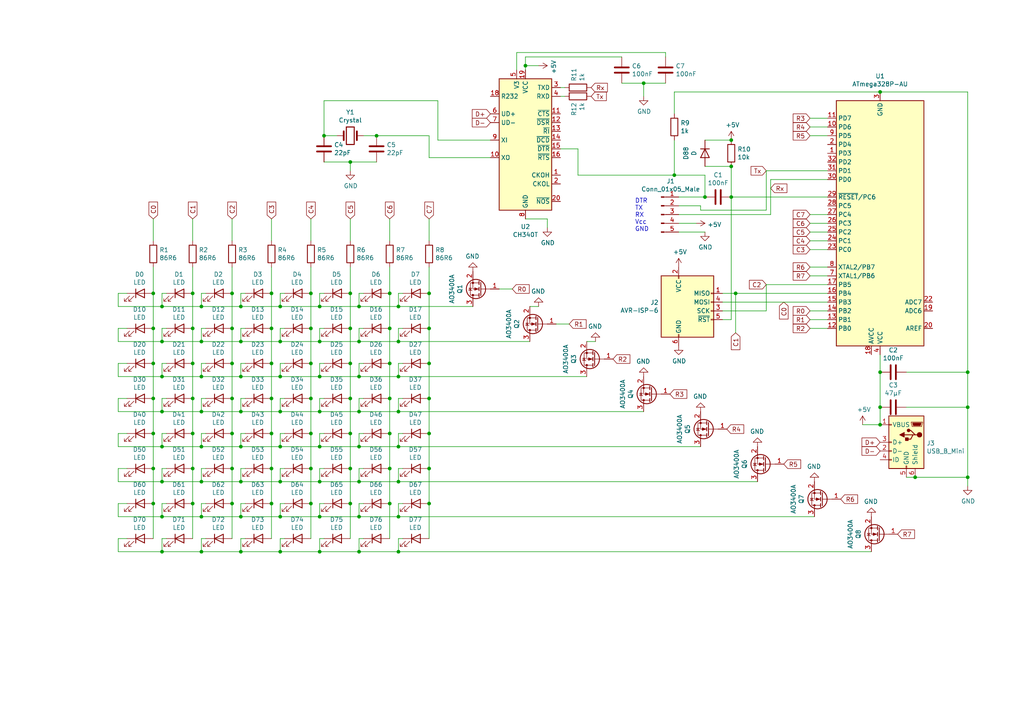
<source format=kicad_sch>
(kicad_sch (version 20211123) (generator eeschema)
  (paper "A4")
  (junction (at 81.28 119.38))
  (junction (at 104.14 139.7))
  (junction (at 78.74 135.89))
  (junction (at 212.09 48.26))
  (junction (at 81.28 139.7))
  (junction (at 124.46 125.73))
  (junction (at 58.42 109.22))
  (junction (at 109.22 39.37))
  (junction (at 113.03 95.25))
  (junction (at 90.17 125.73))
  (junction (at 58.42 160.02))
  (junction (at 101.6 46.99))
  (junction (at 46.99 160.02))
  (junction (at 265.43 138.43))
  (junction (at 115.57 99.06))
  (junction (at 101.6 85.09))
  (junction (at 92.71 139.7))
  (junction (at 67.31 85.09))
  (junction (at 101.6 125.73))
  (junction (at 255.27 26.67))
  (junction (at 58.42 139.7))
  (junction (at 44.45 85.09))
  (junction (at 69.85 99.06))
  (junction (at 152.4 19.05))
  (junction (at 104.14 129.54))
  (junction (at 58.42 119.38))
  (junction (at 46.99 129.54))
  (junction (at 44.45 95.25))
  (junction (at 46.99 119.38))
  (junction (at 90.17 105.41))
  (junction (at 46.99 109.22))
  (junction (at 55.88 115.57))
  (junction (at 213.36 85.09))
  (junction (at 113.03 146.05))
  (junction (at 44.45 125.73))
  (junction (at 67.31 146.05))
  (junction (at 104.14 109.22))
  (junction (at 46.99 99.06))
  (junction (at 212.09 40.64))
  (junction (at 46.99 139.7))
  (junction (at 69.85 139.7))
  (junction (at 92.71 149.86))
  (junction (at 46.99 88.9))
  (junction (at 67.31 125.73))
  (junction (at 81.28 109.22))
  (junction (at 124.46 146.05))
  (junction (at 44.45 105.41))
  (junction (at 81.28 149.86))
  (junction (at 101.6 95.25))
  (junction (at 115.57 109.22))
  (junction (at 90.17 115.57))
  (junction (at 113.03 85.09))
  (junction (at 78.74 146.05))
  (junction (at 78.74 95.25))
  (junction (at 113.03 115.57))
  (junction (at 58.42 99.06))
  (junction (at 78.74 105.41))
  (junction (at 124.46 85.09))
  (junction (at 280.67 118.11))
  (junction (at 92.71 109.22))
  (junction (at 113.03 125.73))
  (junction (at 44.45 146.05))
  (junction (at 69.85 109.22))
  (junction (at 212.09 57.15))
  (junction (at 90.17 146.05))
  (junction (at 81.28 129.54))
  (junction (at 92.71 88.9))
  (junction (at 104.14 149.86))
  (junction (at 58.42 149.86))
  (junction (at 90.17 135.89))
  (junction (at 115.57 160.02))
  (junction (at 81.28 88.9))
  (junction (at 78.74 125.73))
  (junction (at 81.28 160.02))
  (junction (at 69.85 129.54))
  (junction (at 67.31 115.57))
  (junction (at 255.27 123.19))
  (junction (at 69.85 149.86))
  (junction (at 55.88 146.05))
  (junction (at 255.27 107.95))
  (junction (at 69.85 88.9))
  (junction (at 78.74 115.57))
  (junction (at 92.71 129.54))
  (junction (at 81.28 99.06))
  (junction (at 124.46 115.57))
  (junction (at 101.6 105.41))
  (junction (at 124.46 105.41))
  (junction (at 104.14 99.06))
  (junction (at 115.57 139.7))
  (junction (at 115.57 88.9))
  (junction (at 90.17 95.25))
  (junction (at 280.67 138.43))
  (junction (at 93.98 39.37))
  (junction (at 115.57 149.86))
  (junction (at 92.71 99.06))
  (junction (at 55.88 85.09))
  (junction (at 58.42 129.54))
  (junction (at 124.46 135.89))
  (junction (at 69.85 160.02))
  (junction (at 55.88 125.73))
  (junction (at 195.58 50.8))
  (junction (at 104.14 160.02))
  (junction (at 101.6 146.05))
  (junction (at 92.71 119.38))
  (junction (at 67.31 105.41))
  (junction (at 67.31 95.25))
  (junction (at 104.14 119.38))
  (junction (at 115.57 129.54))
  (junction (at 78.74 85.09))
  (junction (at 280.67 107.95))
  (junction (at 46.99 149.86))
  (junction (at 92.71 160.02))
  (junction (at 113.03 135.89))
  (junction (at 67.31 135.89))
  (junction (at 255.27 118.11))
  (junction (at 69.85 119.38))
  (junction (at 44.45 135.89))
  (junction (at 55.88 95.25))
  (junction (at 124.46 95.25))
  (junction (at 104.14 88.9))
  (junction (at 55.88 135.89))
  (junction (at 115.57 119.38))
  (junction (at 186.69 24.13))
  (junction (at 58.42 88.9))
  (junction (at 113.03 105.41))
  (junction (at 204.47 57.15))
  (junction (at 55.88 105.41))
  (junction (at 44.45 115.57))
  (junction (at 101.6 115.57))
  (junction (at 90.17 85.09))
  (junction (at 101.6 135.89))
  (wire (pts (xy 92.71 88.9) (xy 104.14 88.9)))
  (wire (pts (xy 69.85 149.86) (xy 81.28 149.86)))
  (wire (pts (xy 127 29.21) (xy 127 40.64)))
  (wire (pts (xy 48.26 85.09) (xy 46.99 85.09)))
  (wire (pts (xy 212.09 57.15) (xy 240.03 57.15)))
  (wire (pts (xy 213.36 85.09) (xy 240.03 85.09)))
  (wire (pts (xy 82.55 95.25) (xy 81.28 95.25)))
  (wire (pts (xy 71.12 115.57) (xy 69.85 115.57)))
  (wire (pts (xy 105.41 156.21) (xy 104.14 156.21)))
  (wire (pts (xy 44.45 95.25) (xy 44.45 105.41)))
  (wire (pts (xy 59.69 125.73) (xy 58.42 125.73)))
  (wire (pts (xy 195.58 26.67) (xy 195.58 33.02)))
  (wire (pts (xy 124.46 115.57) (xy 124.46 125.73)))
  (wire (pts (xy 149.86 20.32) (xy 149.86 15.24)))
  (wire (pts (xy 105.41 135.89) (xy 104.14 135.89)))
  (wire (pts (xy 48.26 125.73) (xy 46.99 125.73)))
  (wire (pts (xy 255.27 107.95) (xy 255.27 118.11)))
  (wire (pts (xy 203.2 59.69) (xy 196.85 59.69)))
  (wire (pts (xy 115.57 105.41) (xy 115.57 109.22)))
  (wire (pts (xy 115.57 146.05) (xy 115.57 149.86)))
  (wire (pts (xy 93.98 156.21) (xy 92.71 156.21)))
  (wire (pts (xy 124.46 105.41) (xy 124.46 115.57)))
  (wire (pts (xy 92.71 115.57) (xy 92.71 119.38)))
  (wire (pts (xy 234.95 77.47) (xy 240.03 77.47)))
  (wire (pts (xy 193.04 15.24) (xy 193.04 16.51)))
  (wire (pts (xy 115.57 135.89) (xy 115.57 139.7)))
  (wire (pts (xy 36.83 115.57) (xy 34.29 115.57)))
  (wire (pts (xy 46.99 109.22) (xy 58.42 109.22)))
  (wire (pts (xy 46.99 88.9) (xy 58.42 88.9)))
  (wire (pts (xy 90.17 105.41) (xy 90.17 115.57)))
  (wire (pts (xy 82.55 105.41) (xy 81.28 105.41)))
  (wire (pts (xy 113.03 105.41) (xy 113.03 115.57)))
  (wire (pts (xy 234.95 80.01) (xy 240.03 80.01)))
  (wire (pts (xy 44.45 135.89) (xy 44.45 146.05)))
  (wire (pts (xy 34.29 149.86) (xy 46.99 149.86)))
  (wire (pts (xy 116.84 115.57) (xy 115.57 115.57)))
  (wire (pts (xy 113.03 125.73) (xy 113.03 135.89)))
  (wire (pts (xy 156.21 19.05) (xy 152.4 19.05)))
  (wire (pts (xy 234.95 34.29) (xy 240.03 34.29)))
  (wire (pts (xy 105.41 146.05) (xy 104.14 146.05)))
  (wire (pts (xy 92.71 129.54) (xy 104.14 129.54)))
  (wire (pts (xy 280.67 26.67) (xy 255.27 26.67)))
  (wire (pts (xy 93.98 135.89) (xy 92.71 135.89)))
  (wire (pts (xy 58.42 156.21) (xy 58.42 160.02)))
  (wire (pts (xy 71.12 146.05) (xy 69.85 146.05)))
  (wire (pts (xy 67.31 63.5) (xy 67.31 69.85)))
  (wire (pts (xy 58.42 85.09) (xy 58.42 88.9)))
  (wire (pts (xy 48.26 156.21) (xy 46.99 156.21)))
  (wire (pts (xy 113.03 63.5) (xy 113.03 69.85)))
  (wire (pts (xy 116.84 135.89) (xy 115.57 135.89)))
  (wire (pts (xy 46.99 160.02) (xy 58.42 160.02)))
  (wire (pts (xy 101.6 49.53) (xy 101.6 46.99)))
  (wire (pts (xy 262.89 118.11) (xy 280.67 118.11)))
  (wire (pts (xy 93.98 105.41) (xy 92.71 105.41)))
  (wire (pts (xy 58.42 95.25) (xy 58.42 99.06)))
  (wire (pts (xy 105.41 115.57) (xy 104.14 115.57)))
  (wire (pts (xy 67.31 85.09) (xy 67.31 95.25)))
  (wire (pts (xy 92.71 119.38) (xy 104.14 119.38)))
  (wire (pts (xy 59.69 85.09) (xy 58.42 85.09)))
  (wire (pts (xy 48.26 146.05) (xy 46.99 146.05)))
  (wire (pts (xy 81.28 160.02) (xy 92.71 160.02)))
  (wire (pts (xy 58.42 146.05) (xy 58.42 149.86)))
  (wire (pts (xy 209.55 92.71) (xy 212.09 92.71)))
  (wire (pts (xy 116.84 105.41) (xy 115.57 105.41)))
  (wire (pts (xy 81.28 105.41) (xy 81.28 109.22)))
  (wire (pts (xy 115.57 149.86) (xy 236.22 149.86)))
  (wire (pts (xy 92.71 149.86) (xy 104.14 149.86)))
  (wire (pts (xy 101.6 105.41) (xy 101.6 115.57)))
  (wire (pts (xy 234.95 95.25) (xy 240.03 95.25)))
  (wire (pts (xy 69.85 99.06) (xy 81.28 99.06)))
  (wire (pts (xy 240.03 69.85) (xy 234.95 69.85)))
  (wire (pts (xy 69.85 129.54) (xy 81.28 129.54)))
  (wire (pts (xy 250.19 123.19) (xy 255.27 123.19)))
  (wire (pts (xy 104.14 115.57) (xy 104.14 119.38)))
  (wire (pts (xy 180.34 16.51) (xy 152.4 16.51)))
  (wire (pts (xy 127 40.64) (xy 142.24 40.64)))
  (wire (pts (xy 109.22 46.99) (xy 101.6 46.99)))
  (wire (pts (xy 262.89 107.95) (xy 280.67 107.95)))
  (wire (pts (xy 113.03 146.05) (xy 113.03 156.21)))
  (wire (pts (xy 67.31 77.47) (xy 67.31 85.09)))
  (wire (pts (xy 81.28 129.54) (xy 92.71 129.54)))
  (wire (pts (xy 71.12 156.21) (xy 69.85 156.21)))
  (wire (pts (xy 69.85 115.57) (xy 69.85 119.38)))
  (wire (pts (xy 240.03 64.77) (xy 234.95 64.77)))
  (wire (pts (xy 209.55 87.63) (xy 240.03 87.63)))
  (wire (pts (xy 59.69 135.89) (xy 58.42 135.89)))
  (wire (pts (xy 34.29 85.09) (xy 34.29 88.9)))
  (wire (pts (xy 104.14 119.38) (xy 115.57 119.38)))
  (wire (pts (xy 78.74 115.57) (xy 78.74 125.73)))
  (wire (pts (xy 58.42 139.7) (xy 69.85 139.7)))
  (wire (pts (xy 59.69 146.05) (xy 58.42 146.05)))
  (wire (pts (xy 92.71 95.25) (xy 92.71 99.06)))
  (wire (pts (xy 71.12 125.73) (xy 69.85 125.73)))
  (wire (pts (xy 93.98 29.21) (xy 127 29.21)))
  (wire (pts (xy 34.29 88.9) (xy 46.99 88.9)))
  (wire (pts (xy 105.41 105.41) (xy 104.14 105.41)))
  (wire (pts (xy 34.29 115.57) (xy 34.29 119.38)))
  (wire (pts (xy 93.98 85.09) (xy 92.71 85.09)))
  (wire (pts (xy 55.88 146.05) (xy 55.88 156.21)))
  (wire (pts (xy 115.57 99.06) (xy 153.67 99.06)))
  (wire (pts (xy 69.85 105.41) (xy 69.85 109.22)))
  (wire (pts (xy 44.45 115.57) (xy 44.45 125.73)))
  (wire (pts (xy 58.42 109.22) (xy 69.85 109.22)))
  (wire (pts (xy 44.45 105.41) (xy 44.45 115.57)))
  (wire (pts (xy 69.85 88.9) (xy 81.28 88.9)))
  (wire (pts (xy 144.78 83.82) (xy 148.59 83.82)))
  (wire (pts (xy 124.46 146.05) (xy 124.46 156.21)))
  (wire (pts (xy 71.12 135.89) (xy 69.85 135.89)))
  (wire (pts (xy 34.29 156.21) (xy 34.29 160.02)))
  (wire (pts (xy 113.03 115.57) (xy 113.03 125.73)))
  (wire (pts (xy 101.6 135.89) (xy 101.6 146.05)))
  (wire (pts (xy 55.88 105.41) (xy 55.88 115.57)))
  (wire (pts (xy 55.88 135.89) (xy 55.88 146.05)))
  (wire (pts (xy 34.29 119.38) (xy 46.99 119.38)))
  (wire (pts (xy 163.83 27.94) (xy 162.56 27.94)))
  (wire (pts (xy 92.71 125.73) (xy 92.71 129.54)))
  (wire (pts (xy 186.69 24.13) (xy 186.69 27.94)))
  (wire (pts (xy 81.28 88.9) (xy 92.71 88.9)))
  (wire (pts (xy 59.69 105.41) (xy 58.42 105.41)))
  (wire (pts (xy 196.85 64.77) (xy 201.93 64.77)))
  (wire (pts (xy 152.4 63.5) (xy 158.75 63.5)))
  (wire (pts (xy 90.17 63.5) (xy 90.17 69.85)))
  (wire (pts (xy 234.95 39.37) (xy 240.03 39.37)))
  (wire (pts (xy 92.71 85.09) (xy 92.71 88.9)))
  (wire (pts (xy 116.84 156.21) (xy 115.57 156.21)))
  (wire (pts (xy 115.57 125.73) (xy 115.57 129.54)))
  (wire (pts (xy 92.71 99.06) (xy 104.14 99.06)))
  (wire (pts (xy 101.6 85.09) (xy 101.6 95.25)))
  (wire (pts (xy 82.55 135.89) (xy 81.28 135.89)))
  (wire (pts (xy 58.42 115.57) (xy 58.42 119.38)))
  (wire (pts (xy 152.4 19.05) (xy 152.4 20.32)))
  (wire (pts (xy 78.74 135.89) (xy 78.74 146.05)))
  (wire (pts (xy 104.14 109.22) (xy 115.57 109.22)))
  (wire (pts (xy 46.99 156.21) (xy 46.99 160.02)))
  (wire (pts (xy 203.2 60.96) (xy 222.25 60.96)))
  (wire (pts (xy 104.14 139.7) (xy 115.57 139.7)))
  (wire (pts (xy 124.46 45.72) (xy 142.24 45.72)))
  (wire (pts (xy 115.57 109.22) (xy 170.18 109.22)))
  (wire (pts (xy 55.88 63.5) (xy 55.88 69.85)))
  (wire (pts (xy 34.29 146.05) (xy 34.29 149.86)))
  (wire (pts (xy 58.42 129.54) (xy 69.85 129.54)))
  (wire (pts (xy 93.98 125.73) (xy 92.71 125.73)))
  (wire (pts (xy 82.55 85.09) (xy 81.28 85.09)))
  (wire (pts (xy 212.09 92.71) (xy 212.09 57.15)))
  (wire (pts (xy 36.83 156.21) (xy 34.29 156.21)))
  (wire (pts (xy 81.28 109.22) (xy 92.71 109.22)))
  (wire (pts (xy 36.83 125.73) (xy 34.29 125.73)))
  (wire (pts (xy 81.28 135.89) (xy 81.28 139.7)))
  (wire (pts (xy 115.57 139.7) (xy 219.71 139.7)))
  (wire (pts (xy 46.99 105.41) (xy 46.99 109.22)))
  (wire (pts (xy 78.74 95.25) (xy 78.74 105.41)))
  (wire (pts (xy 58.42 125.73) (xy 58.42 129.54)))
  (wire (pts (xy 46.99 129.54) (xy 58.42 129.54)))
  (wire (pts (xy 82.55 115.57) (xy 81.28 115.57)))
  (wire (pts (xy 124.46 95.25) (xy 124.46 105.41)))
  (wire (pts (xy 92.71 146.05) (xy 92.71 149.86)))
  (wire (pts (xy 280.67 138.43) (xy 280.67 140.97)))
  (wire (pts (xy 101.6 115.57) (xy 101.6 125.73)))
  (wire (pts (xy 222.25 82.55) (xy 240.03 82.55)))
  (wire (pts (xy 67.31 95.25) (xy 67.31 105.41)))
  (wire (pts (xy 69.85 109.22) (xy 81.28 109.22)))
  (wire (pts (xy 48.26 135.89) (xy 46.99 135.89)))
  (wire (pts (xy 59.69 95.25) (xy 58.42 95.25)))
  (wire (pts (xy 222.25 49.53) (xy 240.03 49.53)))
  (wire (pts (xy 90.17 135.89) (xy 90.17 146.05)))
  (wire (pts (xy 48.26 95.25) (xy 46.99 95.25)))
  (wire (pts (xy 34.29 95.25) (xy 34.29 99.06)))
  (wire (pts (xy 81.28 125.73) (xy 81.28 129.54)))
  (wire (pts (xy 78.74 77.47) (xy 78.74 85.09)))
  (wire (pts (xy 93.98 95.25) (xy 92.71 95.25)))
  (wire (pts (xy 55.88 77.47) (xy 55.88 85.09)))
  (wire (pts (xy 71.12 105.41) (xy 69.85 105.41)))
  (wire (pts (xy 104.14 95.25) (xy 104.14 99.06)))
  (wire (pts (xy 156.21 88.9) (xy 153.67 88.9)))
  (wire (pts (xy 115.57 160.02) (xy 252.73 160.02)))
  (wire (pts (xy 105.41 85.09) (xy 104.14 85.09)))
  (wire (pts (xy 34.29 135.89) (xy 34.29 139.7)))
  (wire (pts (xy 93.98 39.37) (xy 97.79 39.37)))
  (wire (pts (xy 234.95 72.39) (xy 240.03 72.39)))
  (wire (pts (xy 104.14 149.86) (xy 115.57 149.86)))
  (wire (pts (xy 104.14 129.54) (xy 115.57 129.54)))
  (wire (pts (xy 78.74 105.41) (xy 78.74 115.57)))
  (wire (pts (xy 115.57 119.38) (xy 186.69 119.38)))
  (wire (pts (xy 113.03 135.89) (xy 113.03 146.05)))
  (wire (pts (xy 115.57 129.54) (xy 203.2 129.54)))
  (wire (pts (xy 36.83 105.41) (xy 34.29 105.41)))
  (wire (pts (xy 81.28 156.21) (xy 81.28 160.02)))
  (wire (pts (xy 280.67 118.11) (xy 280.67 138.43)))
  (wire (pts (xy 240.03 92.71) (xy 234.95 92.71)))
  (wire (pts (xy 44.45 63.5) (xy 44.45 69.85)))
  (wire (pts (xy 67.31 135.89) (xy 67.31 146.05)))
  (wire (pts (xy 203.2 60.96) (xy 203.2 59.69)))
  (wire (pts (xy 234.95 90.17) (xy 240.03 90.17)))
  (wire (pts (xy 105.41 39.37) (xy 109.22 39.37)))
  (wire (pts (xy 186.69 24.13) (xy 180.34 24.13)))
  (wire (pts (xy 44.45 146.05) (xy 44.45 156.21)))
  (wire (pts (xy 116.84 146.05) (xy 115.57 146.05)))
  (wire (pts (xy 69.85 125.73) (xy 69.85 129.54)))
  (wire (pts (xy 36.83 135.89) (xy 34.29 135.89)))
  (wire (pts (xy 104.14 135.89) (xy 104.14 139.7)))
  (wire (pts (xy 46.99 149.86) (xy 58.42 149.86)))
  (wire (pts (xy 104.14 125.73) (xy 104.14 129.54)))
  (wire (pts (xy 58.42 160.02) (xy 69.85 160.02)))
  (wire (pts (xy 90.17 125.73) (xy 90.17 135.89)))
  (wire (pts (xy 90.17 115.57) (xy 90.17 125.73)))
  (wire (pts (xy 115.57 88.9) (xy 137.16 88.9)))
  (wire (pts (xy 78.74 125.73) (xy 78.74 135.89)))
  (wire (pts (xy 78.74 63.5) (xy 78.74 69.85)))
  (wire (pts (xy 92.71 135.89) (xy 92.71 139.7)))
  (wire (pts (xy 81.28 99.06) (xy 92.71 99.06)))
  (wire (pts (xy 55.88 95.25) (xy 55.88 105.41)))
  (wire (pts (xy 104.14 85.09) (xy 104.14 88.9)))
  (wire (pts (xy 48.26 115.57) (xy 46.99 115.57)))
  (wire (pts (xy 115.57 115.57) (xy 115.57 119.38)))
  (wire (pts (xy 58.42 99.06) (xy 69.85 99.06)))
  (wire (pts (xy 195.58 50.8) (xy 195.58 40.64)))
  (wire (pts (xy 46.99 139.7) (xy 58.42 139.7)))
  (wire (pts (xy 113.03 95.25) (xy 113.03 105.41)))
  (wire (pts (xy 101.6 146.05) (xy 101.6 156.21)))
  (wire (pts (xy 101.6 46.99) (xy 93.98 46.99)))
  (wire (pts (xy 58.42 149.86) (xy 69.85 149.86)))
  (wire (pts (xy 69.85 156.21) (xy 69.85 160.02)))
  (wire (pts (xy 262.89 138.43) (xy 265.43 138.43)))
  (wire (pts (xy 44.45 125.73) (xy 44.45 135.89)))
  (wire (pts (xy 69.85 95.25) (xy 69.85 99.06)))
  (wire (pts (xy 101.6 95.25) (xy 101.6 105.41)))
  (wire (pts (xy 34.29 129.54) (xy 46.99 129.54)))
  (wire (pts (xy 195.58 26.67) (xy 255.27 26.67)))
  (wire (pts (xy 195.58 50.8) (xy 167.64 50.8)))
  (wire (pts (xy 69.85 146.05) (xy 69.85 149.86)))
  (wire (pts (xy 81.28 149.86) (xy 92.71 149.86)))
  (wire (pts (xy 90.17 95.25) (xy 90.17 105.41)))
  (wire (pts (xy 222.25 82.55) (xy 222.25 90.17)))
  (wire (pts (xy 105.41 95.25) (xy 104.14 95.25)))
  (wire (pts (xy 36.83 85.09) (xy 34.29 85.09)))
  (wire (pts (xy 104.14 160.02) (xy 115.57 160.02)))
  (wire (pts (xy 104.14 156.21) (xy 104.14 160.02)))
  (wire (pts (xy 59.69 115.57) (xy 58.42 115.57)))
  (wire (pts (xy 115.57 85.09) (xy 115.57 88.9)))
  (wire (pts (xy 223.52 52.07) (xy 240.03 52.07)))
  (wire (pts (xy 46.99 115.57) (xy 46.99 119.38)))
  (wire (pts (xy 46.99 99.06) (xy 58.42 99.06)))
  (wire (pts (xy 82.55 125.73) (xy 81.28 125.73)))
  (wire (pts (xy 167.64 50.8) (xy 167.64 43.18)))
  (wire (pts (xy 152.4 16.51) (xy 152.4 19.05)))
  (wire (pts (xy 71.12 85.09) (xy 69.85 85.09)))
  (wire (pts (xy 81.28 139.7) (xy 92.71 139.7)))
  (wire (pts (xy 48.26 105.41) (xy 46.99 105.41)))
  (wire (pts (xy 82.55 156.21) (xy 81.28 156.21)))
  (wire (pts (xy 93.98 39.37) (xy 93.98 29.21)))
  (wire (pts (xy 46.99 125.73) (xy 46.99 129.54)))
  (wire (pts (xy 69.85 85.09) (xy 69.85 88.9)))
  (wire (pts (xy 196.85 62.23) (xy 223.52 62.23)))
  (wire (pts (xy 69.85 119.38) (xy 81.28 119.38)))
  (wire (pts (xy 223.52 52.07) (xy 223.52 62.23)))
  (wire (pts (xy 196.85 67.31) (xy 204.47 67.31)))
  (wire (pts (xy 101.6 77.47) (xy 101.6 85.09)))
  (wire (pts (xy 255.27 123.19) (xy 255.27 118.11)))
  (wire (pts (xy 101.6 125.73) (xy 101.6 135.89)))
  (wire (pts (xy 280.67 107.95) (xy 280.67 118.11)))
  (wire (pts (xy 255.27 102.87) (xy 255.27 107.95)))
  (wire (pts (xy 115.57 95.25) (xy 115.57 99.06)))
  (wire (pts (xy 78.74 146.05) (xy 78.74 156.21)))
  (wire (pts (xy 69.85 135.89) (xy 69.85 139.7)))
  (wire (pts (xy 105.41 125.73) (xy 104.14 125.73)))
  (wire (pts (xy 58.42 88.9) (xy 69.85 88.9)))
  (wire (pts (xy 82.55 146.05) (xy 81.28 146.05)))
  (wire (pts (xy 161.29 93.98) (xy 165.1 93.98)))
  (wire (pts (xy 46.99 95.25) (xy 46.99 99.06)))
  (wire (pts (xy 67.31 146.05) (xy 67.31 156.21)))
  (wire (pts (xy 93.98 146.05) (xy 92.71 146.05)))
  (wire (pts (xy 113.03 77.47) (xy 113.03 85.09)))
  (wire (pts (xy 124.46 63.5) (xy 124.46 69.85)))
  (wire (pts (xy 209.55 90.17) (xy 222.25 90.17)))
  (wire (pts (xy 67.31 105.41) (xy 67.31 115.57)))
  (wire (pts (xy 46.99 135.89) (xy 46.99 139.7)))
  (wire (pts (xy 34.29 139.7) (xy 46.99 139.7)))
  (wire (pts (xy 55.88 125.73) (xy 55.88 135.89)))
  (wire (pts (xy 204.47 50.8) (xy 195.58 50.8)))
  (wire (pts (xy 172.72 99.06) (xy 170.18 99.06)))
  (wire (pts (xy 58.42 105.41) (xy 58.42 109.22)))
  (wire (pts (xy 212.09 48.26) (xy 212.09 57.15)))
  (wire (pts (xy 204.47 57.15) (xy 196.85 57.15)))
  (wire (pts (xy 213.36 96.52) (xy 213.36 85.09)))
  (wire (pts (xy 34.29 160.02) (xy 46.99 160.02)))
  (wire (pts (xy 104.14 105.41) (xy 104.14 109.22)))
  (wire (pts (xy 163.83 25.4) (xy 162.56 25.4)))
  (wire (pts (xy 67.31 115.57) (xy 67.31 125.73)))
  (wire (pts (xy 34.29 99.06) (xy 46.99 99.06)))
  (wire (pts (xy 204.47 57.15) (xy 204.47 50.8)))
  (wire (pts (xy 90.17 85.09) (xy 90.17 95.25)))
  (wire (pts (xy 81.28 85.09) (xy 81.28 88.9)))
  (wire (pts (xy 55.88 85.09) (xy 55.88 95.25)))
  (wire (pts (xy 34.29 125.73) (xy 34.29 129.54)))
  (wire (pts (xy 124.46 77.47) (xy 124.46 85.09)))
  (wire (pts (xy 67.31 125.73) (xy 67.31 135.89)))
  (wire (pts (xy 116.84 95.25) (xy 115.57 95.25)))
  (wire (pts (xy 116.84 125.73) (xy 115.57 125.73)))
  (wire (pts (xy 69.85 139.7) (xy 81.28 139.7)))
  (wire (pts (xy 240.03 36.83) (xy 234.95 36.83)))
  (wire (pts (xy 59.69 156.21) (xy 58.42 156.21)))
  (wire (pts (xy 92.71 156.21) (xy 92.71 160.02)))
  (wire (pts (xy 265.43 138.43) (xy 280.67 138.43)))
  (wire (pts (xy 167.64 43.18) (xy 162.56 43.18)))
  (wire (pts (xy 93.98 115.57) (xy 92.71 115.57)))
  (wire (pts (xy 280.67 26.67) (xy 280.67 107.95)))
  (wire (pts (xy 116.84 85.09) (xy 115.57 85.09)))
  (wire (pts (xy 149.86 15.24) (xy 193.04 15.24)))
  (wire (pts (xy 71.12 95.25) (xy 69.85 95.25)))
  (wire (pts (xy 81.28 146.05) (xy 81.28 149.86)))
  (wire (pts (xy 92.71 160.02) (xy 104.14 160.02)))
  (wire (pts (xy 109.22 39.37) (xy 124.46 39.37)))
  (wire (pts (xy 58.42 135.89) (xy 58.42 139.7)))
  (wire (pts (xy 46.99 146.05) (xy 46.99 149.86)))
  (wire (pts (xy 222.25 49.53) (xy 222.25 60.96)))
  (wire (pts (xy 36.83 95.25) (xy 34.29 95.25)))
  (wire (pts (xy 90.17 77.47) (xy 90.17 85.09)))
  (wire (pts (xy 46.99 85.09) (xy 46.99 88.9)))
  (wire (pts (xy 209.55 85.09) (xy 213.36 85.09)))
  (wire (pts (xy 124.46 125.73) (xy 124.46 135.89)))
  (wire (pts (xy 55.88 115.57) (xy 55.88 125.73)))
  (wire (pts (xy 44.45 85.09) (xy 44.45 95.25)))
  (wire (pts (xy 124.46 135.89) (xy 124.46 146.05)))
  (wire (pts (xy 92.71 139.7) (xy 104.14 139.7)))
  (wire (pts (xy 104.14 99.06) (xy 115.57 99.06)))
  (wire (pts (xy 34.29 109.22) (xy 46.99 109.22)))
  (wire (pts (xy 113.03 85.09) (xy 113.03 95.25)))
  (wire (pts (xy 204.47 48.26) (xy 212.09 48.26)))
  (wire (pts (xy 193.04 24.13) (xy 186.69 24.13)))
  (wire (pts (xy 44.45 77.47) (xy 44.45 85.09)))
  (wire (pts (xy 115.57 156.21) (xy 115.57 160.02)))
  (wire (pts (xy 234.95 62.23) (xy 240.03 62.23)))
  (wire (pts (xy 204.47 40.64) (xy 212.09 40.64)))
  (wire (pts (xy 69.85 160.02) (xy 81.28 160.02)))
  (wire (pts (xy 158.75 63.5) (xy 158.75 66.04)))
  (wire (pts (xy 90.17 146.05) (xy 90.17 156.21)))
  (wire (pts (xy 124.46 85.09) (xy 124.46 95.25)))
  (wire (pts (xy 92.71 105.41) (xy 92.71 109.22)))
  (wire (pts (xy 58.42 119.38) (xy 69.85 119.38)))
  (wire (pts (xy 46.99 119.38) (xy 58.42 119.38)))
  (wire (pts (xy 104.14 88.9) (xy 115.57 88.9)))
  (wire (pts (xy 78.74 85.09) (xy 78.74 95.25)))
  (wire (pts (xy 81.28 119.38) (xy 92.71 119.38)))
  (wire (pts (xy 81.28 95.25) (xy 81.28 99.06)))
  (wire (pts (xy 81.28 115.57) (xy 81.28 119.38)))
  (wire (pts (xy 101.6 63.5) (xy 101.6 69.85)))
  (wire (pts (xy 234.95 67.31) (xy 240.03 67.31)))
  (wire (pts (xy 34.29 105.41) (xy 34.29 109.22)))
  (wire (pts (xy 104.14 146.05) (xy 104.14 149.86)))
  (wire (pts (xy 36.83 146.05) (xy 34.29 146.05)))
  (wire (pts (xy 92.71 109.22) (xy 104.14 109.22)))
  (wire (pts (xy 124.46 39.37) (xy 124.46 45.72)))
  (text "DTR\nTX\nRX\nVcc\nGND" (at 184.15 67.31 0) (effects (font (size 1.27 1.27)) (justify left bottom)))
  (global_label "R6" (shape input) (at 243.84 144.78 0) (property "Referenzen zwischen Schaltplänen" "${INTERSHEET_REFS}" (effects hide)))
  (global_label "R5" (shape input) (at 227.33 134.62 0) (property "Referenzen zwischen Schaltplänen" "${INTERSHEET_REFS}" (effects hide)))
  (global_label "R7" (shape input) (at 260.35 154.94 0) (property "Referenzen zwischen Schaltplänen" "${INTERSHEET_REFS}" (effects hide)))
  (global_label "Rx" (shape input) (at 171.45 25.4 0) (property "Referenzen zwischen Schaltplänen" "${INTERSHEET_REFS}" (effects hide)))
  (global_label "C7" (shape input) (at 124.46 63.5 90) (property "Referenzen zwischen Schaltplänen" "${INTERSHEET_REFS}" (effects hide)))
  (global_label "R3" (shape input) (at 234.95 34.29 180) (property "Referenzen zwischen Schaltplänen" "${INTERSHEET_REFS}" (effects hide)))
  (global_label "C5" (shape input) (at 234.95 67.31 180) (property "Referenzen zwischen Schaltplänen" "${INTERSHEET_REFS}" (effects hide)))
  (global_label "Tx" (shape input) (at 222.25 49.53 180) (property "Referenzen zwischen Schaltplänen" "${INTERSHEET_REFS}" (effects hide)))
  (global_label "R1" (shape input) (at 165.1 93.98 0) (property "Referenzen zwischen Schaltplänen" "${INTERSHEET_REFS}" (effects hide)))
  (global_label "R6" (shape input) (at 234.95 77.47 180) (property "Referenzen zwischen Schaltplänen" "${INTERSHEET_REFS}" (effects hide)))
  (global_label "R2" (shape input) (at 177.8 104.14 0) (property "Referenzen zwischen Schaltplänen" "${INTERSHEET_REFS}" (effects hide)))
  (global_label "C1" (shape input) (at 55.88 63.5 90) (property "Referenzen zwischen Schaltplänen" "${INTERSHEET_REFS}" (effects hide)))
  (global_label "C2" (shape input) (at 222.25 82.55 180) (property "Referenzen zwischen Schaltplänen" "${INTERSHEET_REFS}" (effects hide)))
  (global_label "C3" (shape input) (at 234.95 72.39 180) (property "Referenzen zwischen Schaltplänen" "${INTERSHEET_REFS}" (effects hide)))
  (global_label "R4" (shape input) (at 234.95 36.83 180) (property "Referenzen zwischen Schaltplänen" "${INTERSHEET_REFS}" (effects hide)))
  (global_label "R1" (shape input) (at 234.95 92.71 180) (property "Referenzen zwischen Schaltplänen" "${INTERSHEET_REFS}" (effects hide)))
  (global_label "R0" (shape input) (at 148.59 83.82 0) (property "Referenzen zwischen Schaltplänen" "${INTERSHEET_REFS}" (effects hide)))
  (global_label "C2" (shape input) (at 67.31 63.5 90) (property "Referenzen zwischen Schaltplänen" "${INTERSHEET_REFS}" (effects hide)))
  (global_label "D-" (shape input) (at 255.27 130.81 180) (property "Referenzen zwischen Schaltplänen" "${INTERSHEET_REFS}" (effects hide)))
  (global_label "D-" (shape input) (at 142.24 35.56 180) (property "Referenzen zwischen Schaltplänen" "${INTERSHEET_REFS}" (effects hide)))
  (global_label "R4" (shape input) (at 210.82 124.46 0) (property "Referenzen zwischen Schaltplänen" "${INTERSHEET_REFS}" (effects hide)))
  (global_label "D+" (shape input) (at 142.24 33.02 180) (property "Referenzen zwischen Schaltplänen" "${INTERSHEET_REFS}" (effects hide)))
  (global_label "R5" (shape input) (at 234.95 39.37 180) (property "Referenzen zwischen Schaltplänen" "${INTERSHEET_REFS}" (effects hide)))
  (global_label "C0" (shape input) (at 227.33 87.63 270) (property "Referenzen zwischen Schaltplänen" "${INTERSHEET_REFS}" (effects hide)))
  (global_label "C3" (shape input) (at 78.74 63.5 90) (property "Referenzen zwischen Schaltplänen" "${INTERSHEET_REFS}" (effects hide)))
  (global_label "R3" (shape input) (at 194.31 114.3 0) (property "Referenzen zwischen Schaltplänen" "${INTERSHEET_REFS}" (effects hide)))
  (global_label "C6" (shape input) (at 113.03 63.5 90) (property "Referenzen zwischen Schaltplänen" "${INTERSHEET_REFS}" (effects hide)))
  (global_label "Tx" (shape input) (at 171.45 27.94 0) (property "Referenzen zwischen Schaltplänen" "${INTERSHEET_REFS}" (effects hide)))
  (global_label "Rx" (shape input) (at 223.52 54.61 0) (property "Referenzen zwischen Schaltplänen" "${INTERSHEET_REFS}" (effects hide)))
  (global_label "C6" (shape input) (at 234.95 64.77 180) (property "Referenzen zwischen Schaltplänen" "${INTERSHEET_REFS}" (effects hide)))
  (global_label "D+" (shape input) (at 255.27 128.27 180) (property "Referenzen zwischen Schaltplänen" "${INTERSHEET_REFS}" (effects hide)))
  (global_label "C0" (shape input) (at 44.45 63.5 90) (property "Referenzen zwischen Schaltplänen" "${INTERSHEET_REFS}" (effects hide)))
  (global_label "C7" (shape input) (at 234.95 62.23 180) (property "Referenzen zwischen Schaltplänen" "${INTERSHEET_REFS}" (effects hide)))
  (global_label "R2" (shape input) (at 234.95 95.25 180) (property "Referenzen zwischen Schaltplänen" "${INTERSHEET_REFS}" (effects hide)))
  (global_label "C1" (shape input) (at 213.36 96.52 270) (property "Referenzen zwischen Schaltplänen" "${INTERSHEET_REFS}" (effects hide)))
  (global_label "C4" (shape input) (at 234.95 69.85 180) (property "Referenzen zwischen Schaltplänen" "${INTERSHEET_REFS}" (effects hide)))
  (global_label "C4" (shape input) (at 90.17 63.5 90) (property "Referenzen zwischen Schaltplänen" "${INTERSHEET_REFS}" (effects hide)))
  (global_label "R7" (shape input) (at 234.95 80.01 180) (property "Referenzen zwischen Schaltplänen" "${INTERSHEET_REFS}" (effects hide)))
  (global_label "C5" (shape input) (at 101.6 63.5 90) (property "Referenzen zwischen Schaltplänen" "${INTERSHEET_REFS}" (effects hide)))
  (global_label "R0" (shape input) (at 234.95 90.17 180) (property "Referenzen zwischen Schaltplänen" "${INTERSHEET_REFS}" (effects hide)))
  (symbol (lib_id "Device:LED") (at 40.64 85.09 0) (unit 1)
    (property "Reference" "D0" (at 40.4622 79.5782 0))
    (property "Value" "LED" (at 40.4622 81.8896 0))
    (property "Footprint" "LED_SMD:LED_0603_1608Metric_Pad1.05x0.95mm_HandSolder" (effects hide))
  )
  (symbol (lib_id "power:GND") (at 137.16 78.74 180) (unit 1)
    (property "Reference" "#PWR01" (effects hide))
    (property "Value" "GND" (at 137.033 74.3458 0))
  )
  (symbol (lib_id "power:GND") (at 156.21 88.9 180) (unit 1)
    (property "Reference" "#PWR02" (effects hide))
    (property "Value" "GND" (at 156.083 84.5058 0))
  )
  (symbol (lib_id "power:GND") (at 172.72 99.06 180) (unit 1)
    (property "Reference" "#PWR03" (effects hide))
    (property "Value" "GND" (at 172.593 94.6658 0))
  )
  (symbol (lib_id "Loetkurs_2021-rescue:AO3400A-Transistor_FET-Loetkurs_2021-rescue") (at 139.7 83.82 180) (unit 1)
    (property "Reference" "Q1" (at 133.3754 83.82 90))
    (property "Value" "AO3400A" (at 131.064 83.82 90))
    (property "Footprint" "Package_TO_SOT_SMD:SOT-23" (effects hide))
    (property "Datasheet" "http://www.aosmd.com/pdfs/datasheet/AO3400A.pdf" (effects hide))
  )
  (symbol (lib_id "power:GND") (at 186.69 109.22 180) (unit 1)
    (property "Reference" "#PWR04" (effects hide))
    (property "Value" "GND" (at 186.563 104.8258 0))
  )
  (symbol (lib_id "power:GND") (at 203.2 119.38 180) (unit 1)
    (property "Reference" "#PWR08" (effects hide))
    (property "Value" "GND" (at 203.073 114.9858 0))
  )
  (symbol (lib_id "Loetkurs_2021-rescue:AO3400A-Transistor_FET-Loetkurs_2021-rescue") (at 156.21 93.98 180) (unit 1)
    (property "Reference" "Q2" (at 149.8854 93.98 90))
    (property "Value" "AO3400A" (at 147.574 93.98 90))
    (property "Footprint" "Package_TO_SOT_SMD:SOT-23" (effects hide))
    (property "Datasheet" "http://www.aosmd.com/pdfs/datasheet/AO3400A.pdf" (effects hide))
  )
  (symbol (lib_id "Loetkurs_2021-rescue:AO3400A-Transistor_FET-Loetkurs_2021-rescue") (at 172.72 104.14 180) (unit 1)
    (property "Reference" "Q3" (at 166.3954 104.14 90))
    (property "Value" "AO3400A" (at 164.084 104.14 90))
    (property "Footprint" "Package_TO_SOT_SMD:SOT-23" (effects hide))
    (property "Datasheet" "http://www.aosmd.com/pdfs/datasheet/AO3400A.pdf" (effects hide))
  )
  (symbol (lib_id "Loetkurs_2021-rescue:AO3400A-Transistor_FET-Loetkurs_2021-rescue") (at 189.23 114.3 180) (unit 1)
    (property "Reference" "Q4" (at 182.9054 114.3 90))
    (property "Value" "AO3400A" (at 180.594 114.3 90))
    (property "Footprint" "Package_TO_SOT_SMD:SOT-23" (effects hide))
    (property "Datasheet" "http://www.aosmd.com/pdfs/datasheet/AO3400A.pdf" (effects hide))
  )
  (symbol (lib_id "power:GND") (at 219.71 129.54 180) (unit 1)
    (property "Reference" "#PWR011" (effects hide))
    (property "Value" "GND" (at 219.583 125.1458 0))
  )
  (symbol (lib_id "Loetkurs_2021-rescue:AO3400A-Transistor_FET-Loetkurs_2021-rescue") (at 205.74 124.46 180) (unit 1)
    (property "Reference" "Q5" (at 199.4154 124.46 90))
    (property "Value" "AO3400A" (at 197.104 124.46 90))
    (property "Footprint" "Package_TO_SOT_SMD:SOT-23" (effects hide))
    (property "Datasheet" "http://www.aosmd.com/pdfs/datasheet/AO3400A.pdf" (effects hide))
  )
  (symbol (lib_id "Loetkurs_2021-rescue:AO3400A-Transistor_FET-Loetkurs_2021-rescue") (at 222.25 134.62 180) (unit 1)
    (property "Reference" "Q6" (at 215.9254 134.62 90))
    (property "Value" "AO3400A" (at 213.614 134.62 90))
    (property "Footprint" "Package_TO_SOT_SMD:SOT-23" (effects hide))
    (property "Datasheet" "http://www.aosmd.com/pdfs/datasheet/AO3400A.pdf" (effects hide))
  )
  (symbol (lib_id "Loetkurs_2021-rescue:AO3400A-Transistor_FET-Loetkurs_2021-rescue") (at 238.76 144.78 180) (unit 1)
    (property "Reference" "Q7" (at 232.4354 144.78 90))
    (property "Value" "AO3400A" (at 230.124 144.78 90))
    (property "Footprint" "Package_TO_SOT_SMD:SOT-23" (effects hide))
    (property "Datasheet" "http://www.aosmd.com/pdfs/datasheet/AO3400A.pdf" (effects hide))
  )
  (symbol (lib_id "Loetkurs_2021-rescue:AO3400A-Transistor_FET-Loetkurs_2021-rescue") (at 255.27 154.94 180) (unit 1)
    (property "Reference" "Q8" (at 248.9454 154.94 90))
    (property "Value" "AO3400A" (at 246.634 154.94 90))
    (property "Footprint" "Package_TO_SOT_SMD:SOT-23" (effects hide))
    (property "Datasheet" "http://www.aosmd.com/pdfs/datasheet/AO3400A.pdf" (effects hide))
  )
  (symbol (lib_id "power:GND") (at 236.22 139.7 180) (unit 1)
    (property "Reference" "#PWR012" (effects hide))
    (property "Value" "GND" (at 236.093 135.3058 0))
  )
  (symbol (lib_id "power:GND") (at 252.73 149.86 180) (unit 1)
    (property "Reference" "#PWR014" (effects hide))
    (property "Value" "GND" (at 252.603 145.4658 0))
  )
  (symbol (lib_id "Device:R") (at 55.88 73.66 0) (unit 1)
    (property "Reference" "R2" (at 57.658 72.4916 0) (effects (justify left)))
    (property "Value" "86R6" (at 57.658 74.803 0) (effects (justify left)))
    (property "Footprint" "Resistor_SMD:R_0402_1005Metric_Pad0.72x0.64mm_HandSolder" (effects hide))
  )
  (symbol (lib_id "Device:R") (at 67.31 73.66 0) (unit 1)
    (property "Reference" "R3" (at 69.088 72.4916 0) (effects (justify left)))
    (property "Value" "86R6" (at 69.088 74.803 0) (effects (justify left)))
    (property "Footprint" "Resistor_SMD:R_0402_1005Metric_Pad0.72x0.64mm_HandSolder" (effects hide))
  )
  (symbol (lib_id "Device:R") (at 78.74 73.66 0) (unit 1)
    (property "Reference" "R4" (at 80.518 72.4916 0) (effects (justify left)))
    (property "Value" "86R6" (at 80.518 74.803 0) (effects (justify left)))
    (property "Footprint" "Resistor_SMD:R_0402_1005Metric_Pad0.72x0.64mm_HandSolder" (effects hide))
  )
  (symbol (lib_id "Device:R") (at 90.17 73.66 0) (unit 1)
    (property "Reference" "R5" (at 91.948 72.4916 0) (effects (justify left)))
    (property "Value" "86R6" (at 91.948 74.803 0) (effects (justify left)))
    (property "Footprint" "Resistor_SMD:R_0402_1005Metric_Pad0.72x0.64mm_HandSolder" (effects hide))
  )
  (symbol (lib_id "Device:R") (at 101.6 73.66 0) (unit 1)
    (property "Reference" "R6" (at 103.378 72.4916 0) (effects (justify left)))
    (property "Value" "86R6" (at 103.378 74.803 0) (effects (justify left)))
    (property "Footprint" "Resistor_SMD:R_0402_1005Metric_Pad0.72x0.64mm_HandSolder" (effects hide))
  )
  (symbol (lib_id "Device:R") (at 113.03 73.66 0) (unit 1)
    (property "Reference" "R7" (at 114.808 72.4916 0) (effects (justify left)))
    (property "Value" "86R6" (at 114.808 74.803 0) (effects (justify left)))
    (property "Footprint" "Resistor_SMD:R_0402_1005Metric_Pad0.72x0.64mm_HandSolder" (effects hide))
  )
  (symbol (lib_id "Device:R") (at 124.46 73.66 0) (unit 1)
    (property "Reference" "R8" (at 126.238 72.4916 0) (effects (justify left)))
    (property "Value" "86R6" (at 126.238 74.803 0) (effects (justify left)))
    (property "Footprint" "Resistor_SMD:R_0402_1005Metric_Pad0.72x0.64mm_HandSolder" (effects hide))
  )
  (symbol (lib_id "Device:LED") (at 52.07 85.09 0) (unit 1)
    (property "Reference" "D1" (at 51.8922 79.5782 0))
    (property "Value" "LED" (at 51.8922 81.8896 0))
    (property "Footprint" "LED_SMD:LED_0603_1608Metric_Pad1.05x0.95mm_HandSolder" (effects hide))
  )
  (symbol (lib_id "Device:LED") (at 63.5 85.09 0) (unit 1)
    (property "Reference" "D2" (at 63.3222 79.5782 0))
    (property "Value" "LED" (at 63.3222 81.8896 0))
    (property "Footprint" "LED_SMD:LED_0603_1608Metric_Pad1.05x0.95mm_HandSolder" (effects hide))
  )
  (symbol (lib_id "Device:LED") (at 74.93 85.09 0) (unit 1)
    (property "Reference" "D3" (at 74.7522 79.5782 0))
    (property "Value" "LED" (at 74.7522 81.8896 0))
    (property "Footprint" "LED_SMD:LED_0603_1608Metric_Pad1.05x0.95mm_HandSolder" (effects hide))
  )
  (symbol (lib_id "Device:LED") (at 86.36 85.09 0) (unit 1)
    (property "Reference" "D4" (at 86.1822 79.5782 0))
    (property "Value" "LED" (at 86.1822 81.8896 0))
    (property "Footprint" "LED_SMD:LED_0603_1608Metric_Pad1.05x0.95mm_HandSolder" (effects hide))
  )
  (symbol (lib_id "Device:LED") (at 97.79 85.09 0) (unit 1)
    (property "Reference" "D5" (at 97.6122 79.5782 0))
    (property "Value" "LED" (at 97.6122 81.8896 0))
    (property "Footprint" "LED_SMD:LED_0603_1608Metric_Pad1.05x0.95mm_HandSolder" (effects hide))
  )
  (symbol (lib_id "Device:LED") (at 109.22 85.09 0) (unit 1)
    (property "Reference" "D6" (at 109.0422 79.5782 0))
    (property "Value" "LED" (at 109.0422 81.8896 0))
    (property "Footprint" "LED_SMD:LED_0603_1608Metric_Pad1.05x0.95mm_HandSolder" (effects hide))
  )
  (symbol (lib_id "Device:LED") (at 120.65 85.09 0) (unit 1)
    (property "Reference" "D7" (at 120.4722 79.5782 0))
    (property "Value" "LED" (at 120.4722 81.8896 0))
    (property "Footprint" "LED_SMD:LED_0603_1608Metric_Pad1.05x0.95mm_HandSolder" (effects hide))
  )
  (symbol (lib_id "Device:LED") (at 40.64 95.25 0) (unit 1)
    (property "Reference" "D10" (at 40.4622 89.7382 0))
    (property "Value" "LED" (at 40.4622 92.0496 0))
    (property "Footprint" "LED_SMD:LED_0603_1608Metric_Pad1.05x0.95mm_HandSolder" (effects hide))
  )
  (symbol (lib_id "Device:LED") (at 52.07 95.25 0) (unit 1)
    (property "Reference" "D11" (at 51.8922 89.7382 0))
    (property "Value" "LED" (at 51.8922 92.0496 0))
    (property "Footprint" "LED_SMD:LED_0603_1608Metric_Pad1.05x0.95mm_HandSolder" (effects hide))
  )
  (symbol (lib_id "Device:LED") (at 63.5 95.25 0) (unit 1)
    (property "Reference" "D12" (at 63.3222 89.7382 0))
    (property "Value" "LED" (at 63.3222 92.0496 0))
    (property "Footprint" "LED_SMD:LED_0603_1608Metric_Pad1.05x0.95mm_HandSolder" (effects hide))
  )
  (symbol (lib_id "Device:LED") (at 74.93 95.25 0) (unit 1)
    (property "Reference" "D13" (at 74.7522 89.7382 0))
    (property "Value" "LED" (at 74.7522 92.0496 0))
    (property "Footprint" "LED_SMD:LED_0603_1608Metric_Pad1.05x0.95mm_HandSolder" (effects hide))
  )
  (symbol (lib_id "Device:LED") (at 86.36 95.25 0) (unit 1)
    (property "Reference" "D14" (at 86.1822 89.7382 0))
    (property "Value" "LED" (at 86.1822 92.0496 0))
    (property "Footprint" "LED_SMD:LED_0603_1608Metric_Pad1.05x0.95mm_HandSolder" (effects hide))
  )
  (symbol (lib_id "Device:LED") (at 97.79 95.25 0) (unit 1)
    (property "Reference" "D15" (at 97.6122 89.7382 0))
    (property "Value" "LED" (at 97.6122 92.0496 0))
    (property "Footprint" "LED_SMD:LED_0603_1608Metric_Pad1.05x0.95mm_HandSolder" (effects hide))
  )
  (symbol (lib_id "Device:LED") (at 109.22 95.25 0) (unit 1)
    (property "Reference" "D16" (at 109.0422 89.7382 0))
    (property "Value" "LED" (at 109.0422 92.0496 0))
    (property "Footprint" "LED_SMD:LED_0603_1608Metric_Pad1.05x0.95mm_HandSolder" (effects hide))
  )
  (symbol (lib_id "Device:LED") (at 120.65 95.25 0) (unit 1)
    (property "Reference" "D17" (at 120.4722 89.7382 0))
    (property "Value" "LED" (at 120.4722 92.0496 0))
    (property "Footprint" "LED_SMD:LED_0603_1608Metric_Pad1.05x0.95mm_HandSolder" (effects hide))
  )
  (symbol (lib_id "Device:LED") (at 40.64 105.41 0) (unit 1)
    (property "Reference" "D20" (at 40.4622 99.8982 0))
    (property "Value" "LED" (at 40.4622 102.2096 0))
    (property "Footprint" "LED_SMD:LED_0603_1608Metric_Pad1.05x0.95mm_HandSolder" (effects hide))
  )
  (symbol (lib_id "Device:LED") (at 52.07 105.41 0) (unit 1)
    (property "Reference" "D21" (at 51.8922 99.8982 0))
    (property "Value" "LED" (at 51.8922 102.2096 0))
    (property "Footprint" "LED_SMD:LED_0603_1608Metric_Pad1.05x0.95mm_HandSolder" (effects hide))
  )
  (symbol (lib_id "Device:LED") (at 63.5 105.41 0) (unit 1)
    (property "Reference" "D22" (at 63.3222 99.8982 0))
    (property "Value" "LED" (at 63.3222 102.2096 0))
    (property "Footprint" "LED_SMD:LED_0603_1608Metric_Pad1.05x0.95mm_HandSolder" (effects hide))
  )
  (symbol (lib_id "Device:LED") (at 74.93 105.41 0) (unit 1)
    (property "Reference" "D23" (at 74.7522 99.8982 0))
    (property "Value" "LED" (at 74.7522 102.2096 0))
    (property "Footprint" "LED_SMD:LED_0603_1608Metric_Pad1.05x0.95mm_HandSolder" (effects hide))
  )
  (symbol (lib_id "Device:LED") (at 86.36 105.41 0) (unit 1)
    (property "Reference" "D24" (at 86.1822 99.8982 0))
    (property "Value" "LED" (at 86.1822 102.2096 0))
    (property "Footprint" "LED_SMD:LED_0603_1608Metric_Pad1.05x0.95mm_HandSolder" (effects hide))
  )
  (symbol (lib_id "Device:LED") (at 97.79 105.41 0) (unit 1)
    (property "Reference" "D25" (at 97.6122 99.8982 0))
    (property "Value" "LED" (at 97.6122 102.2096 0))
    (property "Footprint" "LED_SMD:LED_0603_1608Metric_Pad1.05x0.95mm_HandSolder" (effects hide))
  )
  (symbol (lib_id "Device:LED") (at 109.22 105.41 0) (unit 1)
    (property "Reference" "D26" (at 109.0422 99.8982 0))
    (property "Value" "LED" (at 109.0422 102.2096 0))
    (property "Footprint" "LED_SMD:LED_0603_1608Metric_Pad1.05x0.95mm_HandSolder" (effects hide))
  )
  (symbol (lib_id "Device:LED") (at 120.65 105.41 0) (unit 1)
    (property "Reference" "D27" (at 120.4722 99.8982 0))
    (property "Value" "LED" (at 120.4722 102.2096 0))
    (property "Footprint" "LED_SMD:LED_0603_1608Metric_Pad1.05x0.95mm_HandSolder" (effects hide))
  )
  (symbol (lib_id "Device:LED") (at 40.64 115.57 0) (unit 1)
    (property "Reference" "D30" (at 40.4622 110.0582 0))
    (property "Value" "LED" (at 40.4622 112.3696 0))
    (property "Footprint" "LED_SMD:LED_0603_1608Metric_Pad1.05x0.95mm_HandSolder" (effects hide))
  )
  (symbol (lib_id "Device:LED") (at 52.07 115.57 0) (unit 1)
    (property "Reference" "D31" (at 51.8922 110.0582 0))
    (property "Value" "LED" (at 51.8922 112.3696 0))
    (property "Footprint" "LED_SMD:LED_0603_1608Metric_Pad1.05x0.95mm_HandSolder" (effects hide))
  )
  (symbol (lib_id "Device:LED") (at 63.5 115.57 0) (unit 1)
    (property "Reference" "D32" (at 63.3222 110.0582 0))
    (property "Value" "LED" (at 63.3222 112.3696 0))
    (property "Footprint" "LED_SMD:LED_0603_1608Metric_Pad1.05x0.95mm_HandSolder" (effects hide))
  )
  (symbol (lib_id "Device:LED") (at 74.93 115.57 0) (unit 1)
    (property "Reference" "D33" (at 74.7522 110.0582 0))
    (property "Value" "LED" (at 74.7522 112.3696 0))
    (property "Footprint" "LED_SMD:LED_0603_1608Metric_Pad1.05x0.95mm_HandSolder" (effects hide))
  )
  (symbol (lib_id "Device:LED") (at 86.36 115.57 0) (unit 1)
    (property "Reference" "D34" (at 86.1822 110.0582 0))
    (property "Value" "LED" (at 86.1822 112.3696 0))
    (property "Footprint" "LED_SMD:LED_0603_1608Metric_Pad1.05x0.95mm_HandSolder" (effects hide))
  )
  (symbol (lib_id "Device:LED") (at 97.79 115.57 0) (unit 1)
    (property "Reference" "D35" (at 97.6122 110.0582 0))
    (property "Value" "LED" (at 97.6122 112.3696 0))
    (property "Footprint" "LED_SMD:LED_0603_1608Metric_Pad1.05x0.95mm_HandSolder" (effects hide))
  )
  (symbol (lib_id "Device:LED") (at 109.22 115.57 0) (unit 1)
    (property "Reference" "D36" (at 109.0422 110.0582 0))
    (property "Value" "LED" (at 109.0422 112.3696 0))
    (property "Footprint" "LED_SMD:LED_0603_1608Metric_Pad1.05x0.95mm_HandSolder" (effects hide))
  )
  (symbol (lib_id "Device:LED") (at 120.65 115.57 0) (unit 1)
    (property "Reference" "D37" (at 120.4722 110.0582 0))
    (property "Value" "LED" (at 120.4722 112.3696 0))
    (property "Footprint" "LED_SMD:LED_0603_1608Metric_Pad1.05x0.95mm_HandSolder" (effects hide))
  )
  (symbol (lib_id "Device:LED") (at 40.64 125.73 0) (unit 1)
    (property "Reference" "D40" (at 40.4622 120.2182 0))
    (property "Value" "LED" (at 40.4622 122.5296 0))
    (property "Footprint" "LED_SMD:LED_0603_1608Metric_Pad1.05x0.95mm_HandSolder" (effects hide))
  )
  (symbol (lib_id "Device:LED") (at 52.07 125.73 0) (unit 1)
    (property "Reference" "D41" (at 51.8922 120.2182 0))
    (property "Value" "LED" (at 51.8922 122.5296 0))
    (property "Footprint" "LED_SMD:LED_0603_1608Metric_Pad1.05x0.95mm_HandSolder" (effects hide))
  )
  (symbol (lib_id "Device:LED") (at 63.5 125.73 0) (unit 1)
    (property "Reference" "D42" (at 63.3222 120.2182 0))
    (property "Value" "LED" (at 63.3222 122.5296 0))
    (property "Footprint" "LED_SMD:LED_0603_1608Metric_Pad1.05x0.95mm_HandSolder" (effects hide))
  )
  (symbol (lib_id "Device:LED") (at 74.93 125.73 0) (unit 1)
    (property "Reference" "D43" (at 74.7522 120.2182 0))
    (property "Value" "LED" (at 74.7522 122.5296 0))
    (property "Footprint" "LED_SMD:LED_0603_1608Metric_Pad1.05x0.95mm_HandSolder" (effects hide))
  )
  (symbol (lib_id "Device:LED") (at 86.36 125.73 0) (unit 1)
    (property "Reference" "D44" (at 86.1822 120.2182 0))
    (property "Value" "LED" (at 86.1822 122.5296 0))
    (property "Footprint" "LED_SMD:LED_0603_1608Metric_Pad1.05x0.95mm_HandSolder" (effects hide))
  )
  (symbol (lib_id "Device:LED") (at 97.79 125.73 0) (unit 1)
    (property "Reference" "D45" (at 97.6122 120.2182 0))
    (property "Value" "LED" (at 97.6122 122.5296 0))
    (property "Footprint" "LED_SMD:LED_0603_1608Metric_Pad1.05x0.95mm_HandSolder" (effects hide))
  )
  (symbol (lib_id "Device:LED") (at 109.22 125.73 0) (unit 1)
    (property "Reference" "D46" (at 109.0422 120.2182 0))
    (property "Value" "LED" (at 109.0422 122.5296 0))
    (property "Footprint" "LED_SMD:LED_0603_1608Metric_Pad1.05x0.95mm_HandSolder" (effects hide))
  )
  (symbol (lib_id "Device:LED") (at 120.65 125.73 0) (unit 1)
    (property "Reference" "D47" (at 120.4722 120.2182 0))
    (property "Value" "LED" (at 120.4722 122.5296 0))
    (property "Footprint" "LED_SMD:LED_0603_1608Metric_Pad1.05x0.95mm_HandSolder" (effects hide))
  )
  (symbol (lib_id "Device:LED") (at 40.64 135.89 0) (unit 1)
    (property "Reference" "D50" (at 40.4622 130.3782 0))
    (property "Value" "LED" (at 40.4622 132.6896 0))
    (property "Footprint" "LED_SMD:LED_0603_1608Metric_Pad1.05x0.95mm_HandSolder" (effects hide))
  )
  (symbol (lib_id "Device:LED") (at 52.07 135.89 0) (unit 1)
    (property "Reference" "D51" (at 51.8922 130.3782 0))
    (property "Value" "LED" (at 51.8922 132.6896 0))
    (property "Footprint" "LED_SMD:LED_0603_1608Metric_Pad1.05x0.95mm_HandSolder" (effects hide))
  )
  (symbol (lib_id "Device:LED") (at 63.5 135.89 0) (unit 1)
    (property "Reference" "D52" (at 63.3222 130.3782 0))
    (property "Value" "LED" (at 63.3222 132.6896 0))
    (property "Footprint" "LED_SMD:LED_0603_1608Metric_Pad1.05x0.95mm_HandSolder" (effects hide))
  )
  (symbol (lib_id "Device:LED") (at 74.93 135.89 0) (unit 1)
    (property "Reference" "D53" (at 74.7522 130.3782 0))
    (property "Value" "LED" (at 74.7522 132.6896 0))
    (property "Footprint" "LED_SMD:LED_0603_1608Metric_Pad1.05x0.95mm_HandSolder" (effects hide))
  )
  (symbol (lib_id "Device:LED") (at 86.36 135.89 0) (unit 1)
    (property "Reference" "D54" (at 86.1822 130.3782 0))
    (property "Value" "LED" (at 86.1822 132.6896 0))
    (property "Footprint" "LED_SMD:LED_0603_1608Metric_Pad1.05x0.95mm_HandSolder" (effects hide))
  )
  (symbol (lib_id "Device:LED") (at 97.79 135.89 0) (unit 1)
    (property "Reference" "D55" (at 97.6122 130.3782 0))
    (property "Value" "LED" (at 97.6122 132.6896 0))
    (property "Footprint" "LED_SMD:LED_0603_1608Metric_Pad1.05x0.95mm_HandSolder" (effects hide))
  )
  (symbol (lib_id "Device:LED") (at 109.22 135.89 0) (unit 1)
    (property "Reference" "D56" (at 109.0422 130.3782 0))
    (property "Value" "LED" (at 109.0422 132.6896 0))
    (property "Footprint" "LED_SMD:LED_0603_1608Metric_Pad1.05x0.95mm_HandSolder" (effects hide))
  )
  (symbol (lib_id "Device:LED") (at 120.65 135.89 0) (unit 1)
    (property "Reference" "D57" (at 120.4722 130.3782 0))
    (property "Value" "LED" (at 120.4722 132.6896 0))
    (property "Footprint" "LED_SMD:LED_0603_1608Metric_Pad1.05x0.95mm_HandSolder" (effects hide))
  )
  (symbol (lib_id "Device:LED") (at 40.64 146.05 0) (unit 1)
    (property "Reference" "D60" (at 40.4622 140.5382 0))
    (property "Value" "LED" (at 40.4622 142.8496 0))
    (property "Footprint" "LED_SMD:LED_0603_1608Metric_Pad1.05x0.95mm_HandSolder" (effects hide))
  )
  (symbol (lib_id "Device:LED") (at 52.07 146.05 0) (unit 1)
    (property "Reference" "D61" (at 51.8922 140.5382 0))
    (property "Value" "LED" (at 51.8922 142.8496 0))
    (property "Footprint" "LED_SMD:LED_0603_1608Metric_Pad1.05x0.95mm_HandSolder" (effects hide))
  )
  (symbol (lib_id "Device:LED") (at 63.5 146.05 0) (unit 1)
    (property "Reference" "D62" (at 63.3222 140.5382 0))
    (property "Value" "LED" (at 63.3222 142.8496 0))
    (property "Footprint" "LED_SMD:LED_0603_1608Metric_Pad1.05x0.95mm_HandSolder" (effects hide))
  )
  (symbol (lib_id "Device:LED") (at 74.93 146.05 0) (unit 1)
    (property "Reference" "D63" (at 74.7522 140.5382 0))
    (property "Value" "LED" (at 74.7522 142.8496 0))
    (property "Footprint" "LED_SMD:LED_0603_1608Metric_Pad1.05x0.95mm_HandSolder" (effects hide))
  )
  (symbol (lib_id "Device:LED") (at 86.36 146.05 0) (unit 1)
    (property "Reference" "D64" (at 86.1822 140.5382 0))
    (property "Value" "LED" (at 86.1822 142.8496 0))
    (property "Footprint" "LED_SMD:LED_0603_1608Metric_Pad1.05x0.95mm_HandSolder" (effects hide))
  )
  (symbol (lib_id "Device:LED") (at 97.79 146.05 0) (unit 1)
    (property "Reference" "D65" (at 97.6122 140.5382 0))
    (property "Value" "LED" (at 97.6122 142.8496 0))
    (property "Footprint" "LED_SMD:LED_0603_1608Metric_Pad1.05x0.95mm_HandSolder" (effects hide))
  )
  (symbol (lib_id "Device:LED") (at 109.22 146.05 0) (unit 1)
    (property "Reference" "D66" (at 109.0422 140.5382 0))
    (property "Value" "LED" (at 109.0422 142.8496 0))
    (property "Footprint" "LED_SMD:LED_0603_1608Metric_Pad1.05x0.95mm_HandSolder" (effects hide))
  )
  (symbol (lib_id "Device:LED") (at 120.65 146.05 0) (unit 1)
    (property "Reference" "D67" (at 120.4722 140.5382 0))
    (property "Value" "LED" (at 120.4722 142.8496 0))
    (property "Footprint" "LED_SMD:LED_0603_1608Metric_Pad1.05x0.95mm_HandSolder" (effects hide))
  )
  (symbol (lib_id "Device:LED") (at 40.64 156.21 0) (unit 1)
    (property "Reference" "D70" (at 40.4622 150.6982 0))
    (property "Value" "LED" (at 40.4622 153.0096 0))
    (property "Footprint" "LED_SMD:LED_0603_1608Metric_Pad1.05x0.95mm_HandSolder" (effects hide))
  )
  (symbol (lib_id "Device:LED") (at 52.07 156.21 0) (unit 1)
    (property "Reference" "D71" (at 51.8922 150.6982 0))
    (property "Value" "LED" (at 51.8922 153.0096 0))
    (property "Footprint" "LED_SMD:LED_0603_1608Metric_Pad1.05x0.95mm_HandSolder" (effects hide))
  )
  (symbol (lib_id "Device:LED") (at 63.5 156.21 0) (unit 1)
    (property "Reference" "D72" (at 63.3222 150.6982 0))
    (property "Value" "LED" (at 63.3222 153.0096 0))
    (property "Footprint" "LED_SMD:LED_0603_1608Metric_Pad1.05x0.95mm_HandSolder" (effects hide))
  )
  (symbol (lib_id "Device:LED") (at 74.93 156.21 0) (unit 1)
    (property "Reference" "D73" (at 74.7522 150.6982 0))
    (property "Value" "LED" (at 74.7522 153.0096 0))
    (property "Footprint" "LED_SMD:LED_0603_1608Metric_Pad1.05x0.95mm_HandSolder" (effects hide))
  )
  (symbol (lib_id "Device:LED") (at 86.36 156.21 0) (unit 1)
    (property "Reference" "D74" (at 86.1822 150.6982 0))
    (property "Value" "LED" (at 86.1822 153.0096 0))
    (property "Footprint" "LED_SMD:LED_0603_1608Metric_Pad1.05x0.95mm_HandSolder" (effects hide))
  )
  (symbol (lib_id "Device:LED") (at 97.79 156.21 0) (unit 1)
    (property "Reference" "D75" (at 97.6122 150.6982 0))
    (property "Value" "LED" (at 97.6122 153.0096 0))
    (property "Footprint" "LED_SMD:LED_0603_1608Metric_Pad1.05x0.95mm_HandSolder" (effects hide))
  )
  (symbol (lib_id "Device:LED") (at 109.22 156.21 0) (unit 1)
    (property "Reference" "D76" (at 109.0422 150.6982 0))
    (property "Value" "LED" (at 109.0422 153.0096 0))
    (property "Footprint" "LED_SMD:LED_0603_1608Metric_Pad1.05x0.95mm_HandSolder" (effects hide))
  )
  (symbol (lib_id "Device:LED") (at 120.65 156.21 0) (unit 1)
    (property "Reference" "D77" (at 120.4722 150.6982 0))
    (property "Value" "LED" (at 120.4722 153.0096 0))
    (property "Footprint" "LED_SMD:LED_0603_1608Metric_Pad1.05x0.95mm_HandSolder" (effects hide))
  )
  (symbol (lib_id "Loetkurs_2021-rescue:ATmega328P-AU-MCU_Microchip_ATmega") (at 255.27 64.77 180) (unit 1)
    (property "Reference" "U1" (at 255.27 22.0726 0))
    (property "Value" "ATmega328P-AU" (at 255.27 24.384 0))
    (property "Footprint" "Package_QFP:TQFP-32_7x7mm_P0.8mm" (effects hide))
    (property "Datasheet" "http://ww1.microchip.com/downloads/en/DeviceDoc/ATmega328_P%20AVR%20MCU%20with%20picoPower%20Technology%20Data%20Sheet%2040001984A.pdf" (effects hide))
  )
  (symbol (lib_id "Device:C") (at 259.08 107.95 270) (unit 1)
    (property "Reference" "C2" (at 259.08 101.5492 90))
    (property "Value" "100nF" (at 259.08 103.8606 90))
    (property "Footprint" "Capacitor_SMD:C_0402_1005Metric_Pad0.74x0.62mm_HandSolder" (effects hide))
  )
  (symbol (lib_id "Device:C") (at 259.08 118.11 270) (unit 1)
    (property "Reference" "C3" (at 259.08 111.7092 90))
    (property "Value" "47µF" (at 259.08 114.0206 90))
    (property "Footprint" "Capacitor_SMD:C_0805_2012Metric_Pad1.18x1.45mm_HandSolder" (effects hide))
  )
  (symbol (lib_id "Device:C") (at 208.28 57.15 90) (unit 1)
    (property "Reference" "C1" (at 208.28 50.7492 90))
    (property "Value" "100nF" (at 208.28 53.0606 90))
    (property "Footprint" "Capacitor_SMD:C_0402_1005Metric_Pad0.74x0.62mm_HandSolder" (effects hide))
  )
  (symbol (lib_id "Device:D") (at 204.47 44.45 90) (mirror x) (unit 1)
    (property "Reference" "D88" (at 198.9582 44.45 0))
    (property "Value" "D" (at 201.2696 44.45 0))
    (property "Footprint" "Diode_SMD:D_0805_2012Metric_Pad1.15x1.40mm_HandSolder" (effects hide))
  )
  (symbol (lib_id "Device:R") (at 44.45 73.66 0) (unit 1)
    (property "Reference" "R1" (at 46.228 72.4916 0) (effects (justify left)))
    (property "Value" "86R6" (at 46.228 74.803 0) (effects (justify left)))
    (property "Footprint" "Resistor_SMD:R_0402_1005Metric_Pad0.72x0.64mm_HandSolder" (effects hide))
  )
  (symbol (lib_id "Device:R") (at 212.09 44.45 0) (mirror y) (unit 1)
    (property "Reference" "R10" (at 213.868 43.2816 0) (effects (justify right)))
    (property "Value" "10k" (at 213.868 45.593 0) (effects (justify right)))
    (property "Footprint" "Resistor_SMD:R_0402_1005Metric_Pad0.72x0.64mm_HandSolder" (effects hide))
  )
  (symbol (lib_id "Device:R") (at 195.58 36.83 0) (unit 1)
    (property "Reference" "R9" (at 197.358 35.6616 0) (effects (justify left)))
    (property "Value" "1k" (at 197.358 37.973 0) (effects (justify left)))
    (property "Footprint" "Resistor_SMD:R_0402_1005Metric_Pad0.72x0.64mm_HandSolder" (effects hide))
  )
  (symbol (lib_id "Connector:AVR-ISP-6") (at 199.39 90.17 0) (unit 1)
    (property "Reference" "J2" (at 191.0334 87.7316 0) (effects (justify right)))
    (property "Value" "AVR-ISP-6" (at 191.0334 90.043 0) (effects (justify right)))
    (property "Footprint" "Yves_footprints:AVR_ISP_6Pin_Connector" (effects hide))
    (property "Datasheet" " ~" (effects hide))
  )
  (symbol (lib_id "Connector:Conn_01x05_Male") (at 191.77 62.23 0) (unit 1)
    (property "Reference" "J1" (at 194.5132 52.5526 0))
    (property "Value" "Conn_01x05_Male" (at 194.5132 54.864 0))
    (property "Footprint" "Yves_footprints:Arduino_Pro_Mini_Serial_Connector" (effects hide))
  )
  (symbol (lib_id "Loetkurs_2021-rescue:USB_B_Mini-Connector-Loetkurs_2021-rescue") (at 262.89 128.27 0) (mirror y) (unit 1)
    (property "Reference" "J3" (at 268.732 128.5494 0) (effects (justify right)))
    (property "Value" "USB_B_Mini" (at 268.732 130.8608 0) (effects (justify right)))
    (property "Footprint" "Connector_USB:USB_Mini-B_Wuerth_65100516121_Horizontal" (effects hide))
  )
  (symbol (lib_id "power:GND") (at 280.67 140.97 0) (unit 1)
    (property "Reference" "#PWR015" (effects hide))
    (property "Value" "GND" (at 280.797 145.3642 0))
  )
  (symbol (lib_id "Interface_USB:CH340T") (at 152.4 43.18 0) (unit 1)
    (property "Reference" "U2" (at 152.4 65.7606 0))
    (property "Value" "CH340T" (at 152.4 68.072 0))
    (property "Footprint" "Package_SO:SSOP-20_5.3x7.2mm_P0.65mm" (effects hide))
    (property "Datasheet" "https://cdn.sparkfun.com/datasheets/Dev/Arduino/Other/CH340DS1.PDF" (effects hide))
  )
  (symbol (lib_id "Device:Crystal") (at 101.6 39.37 0) (unit 1)
    (property "Reference" "Y1" (at 101.6 32.5628 0))
    (property "Value" "Crystal" (at 101.6 34.8742 0))
    (property "Footprint" "Crystal:Crystal_SMD_Abracon_ABM8G-4Pin_3.2x2.5mm" (effects hide))
  )
  (symbol (lib_id "Device:R") (at 167.64 27.94 90) (mirror x) (unit 1)
    (property "Reference" "R12" (at 166.4716 29.718 0) (effects (justify left)))
    (property "Value" "1k" (at 168.783 29.718 0) (effects (justify left)))
    (property "Footprint" "Resistor_SMD:R_0402_1005Metric_Pad0.72x0.64mm_HandSolder" (effects hide))
  )
  (symbol (lib_id "Device:R") (at 167.64 25.4 90) (unit 1)
    (property "Reference" "R11" (at 166.4716 23.622 0) (effects (justify left)))
    (property "Value" "1k" (at 168.783 23.622 0) (effects (justify left)))
    (property "Footprint" "Resistor_SMD:R_0402_1005Metric_Pad0.72x0.64mm_HandSolder" (effects hide))
  )
  (symbol (lib_id "power:+5V") (at 250.19 123.19 0) (unit 1)
    (property "Reference" "#PWR013" (effects hide))
    (property "Value" "+5V" (at 250.571 118.7958 0))
  )
  (symbol (lib_id "Device:C") (at 180.34 20.32 0) (unit 1)
    (property "Reference" "C6" (at 183.261 19.1516 0) (effects (justify left)))
    (property "Value" "100nF" (at 183.261 21.463 0) (effects (justify left)))
    (property "Footprint" "Capacitor_SMD:C_0402_1005Metric_Pad0.74x0.62mm_HandSolder" (effects hide))
  )
  (symbol (lib_id "power:+5V") (at 212.09 40.64 0) (unit 1)
    (property "Reference" "#PWR010" (effects hide))
    (property "Value" "+5V" (at 212.471 36.2458 0))
  )
  (symbol (lib_id "power:+5V") (at 156.21 19.05 270) (unit 1)
    (property "Reference" "#PWR?" (effects hide))
    (property "Value" "+5V" (at 160.6042 19.431 0))
  )
  (symbol (lib_id "power:+5V") (at 196.85 77.47 0) (unit 1)
    (property "Reference" "#PWR05" (effects hide))
    (property "Value" "+5V" (at 197.231 73.0758 0))
  )
  (symbol (lib_id "power:GND") (at 196.85 100.33 0) (unit 1)
    (property "Reference" "#PWR06" (effects hide))
    (property "Value" "GND" (at 196.977 104.7242 0))
  )
  (symbol (lib_id "power:GND") (at 158.75 66.04 0) (unit 1)
    (property "Reference" "#PWR017" (effects hide))
    (property "Value" "GND" (at 158.877 70.4342 0))
  )
  (symbol (lib_id "power:GND") (at 204.47 67.31 0) (unit 1)
    (property "Reference" "#PWR09" (effects hide))
    (property "Value" "GND" (at 204.597 71.7042 0))
  )
  (symbol (lib_id "power:+5V") (at 201.93 64.77 270) (unit 1)
    (property "Reference" "#PWR07" (effects hide))
    (property "Value" "+5V" (at 205.1812 65.151 90) (effects (justify left)))
  )
  (symbol (lib_id "power:GND") (at 186.69 27.94 0) (unit 1)
    (property "Reference" "#PWR018" (effects hide))
    (property "Value" "GND" (at 186.817 32.3342 0))
  )
  (symbol (lib_id "Device:C") (at 193.04 20.32 0) (unit 1)
    (property "Reference" "C7" (at 195.961 19.1516 0) (effects (justify left)))
    (property "Value" "100nF" (at 195.961 21.463 0) (effects (justify left)))
    (property "Footprint" "Capacitor_SMD:C_0402_1005Metric_Pad0.74x0.62mm_HandSolder" (effects hide))
  )
  (symbol (lib_id "Device:C") (at 109.22 43.18 0) (unit 1)
    (property "Reference" "C5" (at 112.141 42.0116 0) (effects (justify left)))
    (property "Value" "22pF" (at 112.141 44.323 0) (effects (justify left)))
    (property "Footprint" "Capacitor_SMD:C_0402_1005Metric_Pad0.74x0.62mm_HandSolder" (effects hide))
  )
  (symbol (lib_id "Device:C") (at 93.98 43.18 0) (unit 1)
    (property "Reference" "C4" (at 96.901 42.0116 0) (effects (justify left)))
    (property "Value" "22pF" (at 96.901 44.323 0) (effects (justify left)))
    (property "Footprint" "Capacitor_SMD:C_0402_1005Metric_Pad0.74x0.62mm_HandSolder" (effects hide))
  )
  (symbol (lib_id "power:GND") (at 101.6 49.53 0) (unit 1)
    (property "Reference" "#PWR016" (effects hide))
    (property "Value" "GND" (at 101.727 53.9242 0))
  )
)
</source>
